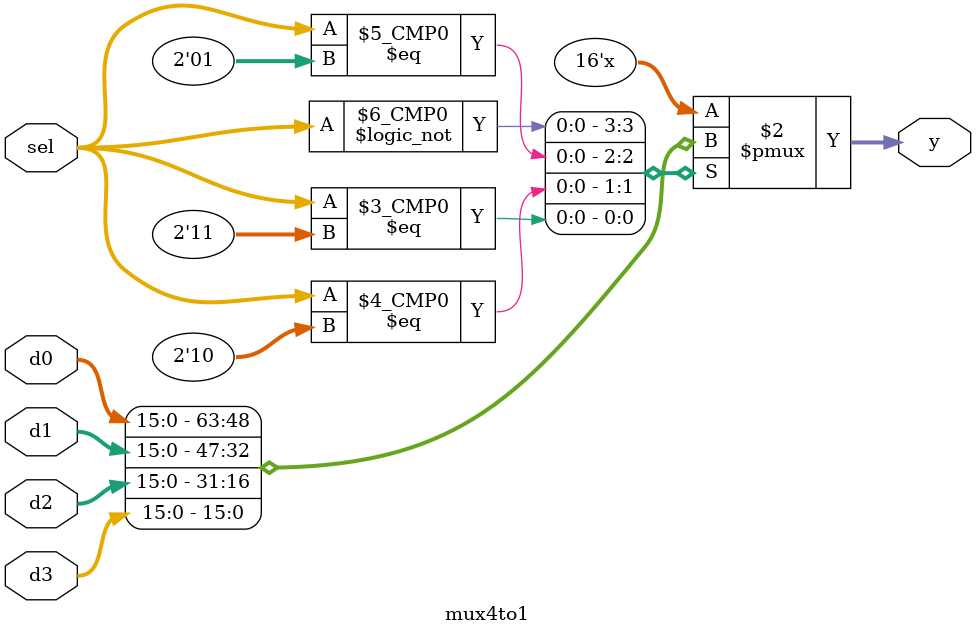
<source format=v>
module mux4to1(input [1:0] sel, input[15:0] d0, d1, d2, d3, output reg [15:0] y);
        always @ (*) begin
        	case (sel)
			2'b00: y = d0;
			2'b01: y = d1;
			2'b10: y = d2;
			2'b11: y = d3;
		endcase
        end
endmodule


</source>
